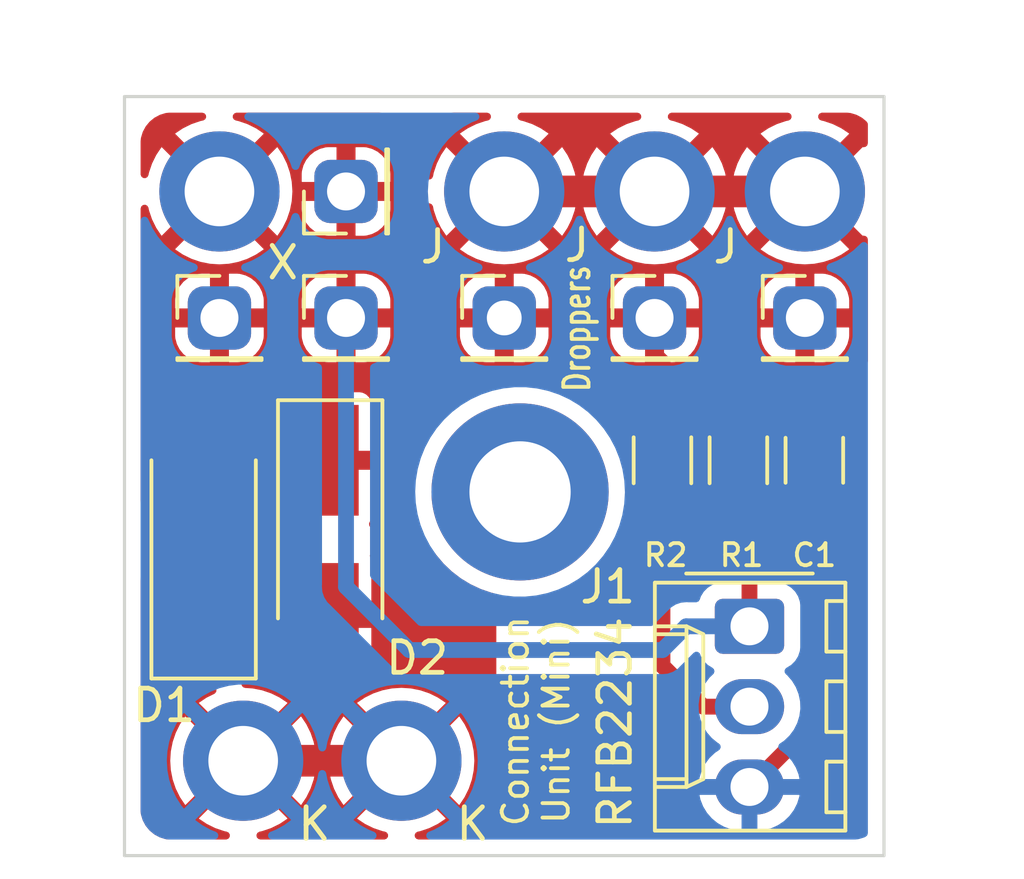
<source format=kicad_pcb>
(kicad_pcb (version 20211014) (generator pcbnew)
  (layers (0 "F.Cu" signal) (31 "B.Cu" signal) (34 "B.Paste" user) (35 "F.Paste" user) (36 "B.SilkS" user "B.Silkscreen") (37 "F.SilkS" user "F.Silkscreen") (38 "B.Mask" user) (39 "F.Mask" user) (44 "Edge.Cuts" user))
  (net 0 "")
  (net 1 "/ISORAIL")
  (net 2 "/DCCK")
  (net 3 "/DCCJ")
  (net 4 "Net-(J1-Pad2)")
  (footprint "MountingHole:MountingHole_2.2mm_M2_DIN965_Pad_TopBottom" (layer "F.Cu") (at 112 103)
    (fp_text reference "H6" hide)
    (fp_text value "MountingHole_Pad")
    (pad "1" thru_hole circle (at 0 0) (size 2.6 2.6) (drill 2.2) (layers *.Cu *.Mask) (net 3 "/DCCJ"))
    (pad "1" connect circle (at 0 0) (size 3.8 3.8) (layers "F.Cu" "F.Mask") (net 3 "/DCCJ"))
    (pad "1" connect circle (at 0 0) (size 3.8 3.8) (layers "B.Cu" "B.Mask") (net 3 "/DCCJ"))
  )
  (footprint "Connector_Molex:Molex_KK-254_AE-6410-03A_1x03_P2.54mm_Vertical" (layer "F.Cu") (at 119.75 116.75 -90)
    (fp_text reference "J1" (at -1.25 4.48 180) (layer "F.SilkS"))
    (fp_text value "Conn_01x03")
    (fp_line (start 6.46 2.99) (end 6.46 -3.03) (layer "F.SilkS") (width 0.12))
    (fp_line (start 1.74 -3.03) (end 1.74 -2.43) (layer "F.SilkS") (width 0.12))
    (fp_line (start -0.8 -3.03) (end -0.8 -2.43) (layer "F.SilkS") (width 0.12))
    (fp_line (start 4.28 -3.03) (end 4.28 -2.43) (layer "F.SilkS") (width 0.12))
    (fp_line (start 5.88 -2.43) (end 5.88 -3.03) (layer "F.SilkS") (width 0.12))
    (fp_line (start 0 1.99) (end 5.08 1.99) (layer "F.SilkS") (width 0.12))
    (fp_line (start -1.38 2.99) (end 6.46 2.99) (layer "F.SilkS") (width 0.12))
    (fp_line (start -0.8 -2.43) (end 0.8 -2.43) (layer "F.SilkS") (width 0.12))
    (fp_line (start 4.28 -2.43) (end 5.88 -2.43) (layer "F.SilkS") (width 0.12))
    (fp_line (start 5.08 1.99) (end 5.08 2.99) (layer "F.SilkS") (width 0.12))
    (fp_line (start 0.8 -2.43) (end 0.8 -3.03) (layer "F.SilkS") (width 0.12))
    (fp_line (start 6.46 -3.03) (end -1.38 -3.03) (layer "F.SilkS") (width 0.12))
    (fp_line (start 0 2.99) (end 0 1.99) (layer "F.SilkS") (width 0.12))
    (fp_line (start 0.25 1.46) (end 4.83 1.46) (layer "F.SilkS") (width 0.12))
    (fp_line (start 0 1.99) (end 0.25 1.46) (layer "F.SilkS") (width 0.12))
    (fp_line (start 4.83 1.46) (end 5.08 1.99) (layer "F.SilkS") (width 0.12))
    (fp_line (start -1.67 -2) (end -1.67 2) (layer "F.SilkS") (width 0.12))
    (fp_line (start 4.83 2.99) (end 4.83 1.99) (layer "F.SilkS") (width 0.12))
    (fp_line (start 3.34 -2.43) (end 3.34 -3.03) (layer "F.SilkS") (width 0.12))
    (fp_line (start 1.74 -2.43) (end 3.34 -2.43) (layer "F.SilkS") (width 0.12))
    (fp_line (start 0.25 2.99) (end 0.25 1.99) (layer "F.SilkS") (width 0.12))
    (fp_line (start -1.38 -3.03) (end -1.38 2.99) (layer "F.SilkS") (width 0.12))
    (pad "1" thru_hole roundrect (at 0 0 270) (size 1.74 2.19) (drill 1.2) (layers *.Cu *.Mask) (roundrect_rratio 0.143678) (net 1 "/ISORAIL"))
    (pad "2" thru_hole oval (at 2.54 0 270) (size 1.74 2.19) (drill 1.2) (layers *.Cu *.Mask) (net 4 "Net-(J1-Pad2)"))
    (pad "3" thru_hole oval (at 5.08 0 270) (size 1.74 2.19) (drill 1.2) (layers *.Cu *.Mask) (net 2 "/DCCK"))
  )
  (footprint "Capacitor_SMD:C_1206_3216Metric_Pad1.33x1.80mm_HandSolder" (layer "F.Cu") (at 121.8 111.5 90)
    (fp_text reference "C1" (at -3 0 180) (layer "F.SilkS") (effects (font (size 0.7 0.7) (thickness 0.12))))
    (fp_text value "1nF")
    (fp_line (start -0.711252 -0.91) (end 0.711252 -0.91) (layer "F.SilkS") (width 0.12))
    (fp_line (start -0.711252 0.91) (end 0.711252 0.91) (layer "F.SilkS") (width 0.12))
    (pad "1" smd roundrect (at -1.5625 0 90) (size 1.325 1.8) (layers "F.Cu" "F.Paste" "F.Mask") (roundrect_rratio 0.188679) (net 1 "/ISORAIL"))
    (pad "2" smd roundrect (at 1.5625 0 90) (size 1.325 1.8) (layers "F.Cu" "F.Paste" "F.Mask") (roundrect_rratio 0.188679) (net 2 "/DCCK"))
  )
  (footprint "MountingHole:MountingHole_2.2mm_M2_DIN965_Pad_TopBottom" (layer "F.Cu") (at 121.5 103)
    (fp_text reference "H4" hide)
    (fp_text value "MountingHole_Pad")
    (pad "1" connect circle (at 0 0) (size 3.8 3.8) (layers "B.Cu" "B.Mask") (net 3 "/DCCJ"))
    (pad "1" thru_hole circle (at 0 0) (size 2.6 2.6) (drill 2.2) (layers *.Cu *.Mask) (net 3 "/DCCJ"))
    (pad "1" connect circle (at 0 0) (size 3.8 3.8) (layers "F.Cu" "F.Mask") (net 3 "/DCCJ"))
  )
  (footprint "MountingHole:MountingHole_2.2mm_M2_DIN965_Pad_TopBottom" (layer "F.Cu") (at 103 103)
    (fp_text reference "H1" hide)
    (fp_text value "MountingHole_Pad")
    (pad "1" thru_hole circle (at 0 0) (size 2.6 2.6) (drill 2.2) (layers *.Cu *.Mask) (net 1 "/ISORAIL"))
    (pad "1" connect circle (at 0 0) (size 3.8 3.8) (layers "B.Cu" "B.Mask") (net 1 "/ISORAIL"))
    (pad "1" connect circle (at 0 0) (size 3.8 3.8) (layers "F.Cu" "F.Mask") (net 1 "/ISORAIL"))
  )
  (footprint "Connector_PinHeader_2.54mm:PinHeader_1x01_P2.54mm_Vertical" (layer "F.Cu") (at 107 103 90)
    (fp_text reference "DR3" hide)
    (fp_text value "TestPoint_Small")
    (fp_line (start -1.33 1.27) (end 1.33 1.27) (layer "F.SilkS") (width 0.12))
    (fp_line (start -1.33 1.27) (end -1.33 1.33) (layer "F.SilkS") (width 0.12))
    (fp_line (start -1.33 -1.33) (end 0 -1.33) (layer "F.SilkS") (width 0.12))
    (fp_line (start -1.33 0) (end -1.33 -1.33) (layer "F.SilkS") (width 0.12))
    (fp_line (start 1.33 1.27) (end 1.33 1.33) (layer "F.SilkS") (width 0.12))
    (fp_line (start -1.33 1.33) (end 1.33 1.33) (layer "F.SilkS") (width 0.12))
    (pad "1" thru_hole roundrect (at 0 0 90) (size 2 2) (drill 1.2) (layers *.Cu *.Mask) (net 1 "/ISORAIL"))
  )
  (footprint "Diode_SMD:D_SMA_Handsoldering" (layer "F.Cu") (at 106.5 114 -90)
    (fp_text reference "D2" (at 3.75 -2.75 180) (layer "F.SilkS"))
    (fp_text value "SS12")
    (fp_line (start -4.4 -1.65) (end 2.5 -1.65) (layer "F.SilkS") (width 0.12))
    (fp_line (start -4.4 1.65) (end 2.5 1.65) (layer "F.SilkS") (width 0.12))
    (fp_line (start -4.4 -1.65) (end -4.4 1.65) (layer "F.SilkS") (width 0.12))
    (pad "1" smd rect (at -2.5 0 270) (size 3.5 1.8) (layers "F.Cu" "F.Paste" "F.Mask") (net 1 "/ISORAIL"))
    (pad "2" smd rect (at 2.5 0 270) (size 3.5 1.8) (layers "F.Cu" "F.Paste" "F.Mask") (net 2 "/DCCK"))
  )
  (footprint "MountingHole:MountingHole_3.2mm_M3_DIN965_Pad_TopBottom" (layer "F.Cu") (at 112.5 112.5)
    (fp_text reference "H7" hide)
    (fp_text value "MountingHole")
    (pad "1" connect circle (at 0 0) (size 5.6 5.6) (layers "F.Cu" "F.Mask"))
    (pad "1" thru_hole circle (at 0 0) (size 3.6 3.6) (drill 3.2) (layers *.Cu *.Mask))
    (pad "1" connect circle (at 0 0) (size 5.6 5.6) (layers "B.Cu" "B.Mask"))
  )
  (footprint "Connector_PinHeader_2.54mm:PinHeader_1x01_P2.54mm_Vertical" (layer "F.Cu") (at 103 107)
    (fp_text reference "DR1" hide)
    (fp_text value "TestPoint_Small")
    (fp_line (start -1.33 1.33) (end 1.33 1.33) (layer "F.SilkS") (width 0.12))
    (fp_line (start -1.33 -1.33) (end 0 -1.33) (layer "F.SilkS") (width 0.12))
    (fp_line (start 1.33 1.27) (end 1.33 1.33) (layer "F.SilkS") (width 0.12))
    (fp_line (start -1.33 0) (end -1.33 -1.33) (layer "F.SilkS") (width 0.12))
    (fp_line (start -1.33 1.27) (end -1.33 1.33) (layer "F.SilkS") (width 0.12))
    (fp_line (start -1.33 1.27) (end 1.33 1.27) (layer "F.SilkS") (width 0.12))
    (pad "1" thru_hole roundrect (at 0 0) (size 2 2) (drill 1.2) (layers *.Cu *.Mask) (net 1 "/ISORAIL"))
  )
  (footprint "MountingHole:MountingHole_2.2mm_M2_DIN965_Pad_TopBottom" (layer "F.Cu") (at 116.75 103)
    (fp_text reference "H5" hide)
    (fp_text value "MountingHole_Pad")
    (pad "1" connect circle (at 0 0) (size 3.8 3.8) (layers "B.Cu" "B.Mask") (net 3 "/DCCJ"))
    (pad "1" thru_hole circle (at 0 0) (size 2.6 2.6) (drill 2.2) (layers *.Cu *.Mask) (net 3 "/DCCJ"))
    (pad "1" connect circle (at 0 0) (size 3.8 3.8) (layers "F.Cu" "F.Mask") (net 3 "/DCCJ"))
  )
  (footprint "Diode_SMD:D_SMA_Handsoldering" (layer "F.Cu") (at 102.5 114 90)
    (fp_text reference "D1" (at -5.25 -1.25 180) (layer "F.SilkS"))
    (fp_text value "SS12")
    (fp_line (start -4.4 -1.65) (end 2.5 -1.65) (layer "F.SilkS") (width 0.12))
    (fp_line (start -4.4 1.65) (end 2.5 1.65) (layer "F.SilkS") (width 0.12))
    (fp_line (start -4.4 -1.65) (end -4.4 1.65) (layer "F.SilkS") (width 0.12))
    (pad "1" smd rect (at -2.5 0 90) (size 3.5 1.8) (layers "F.Cu" "F.Paste" "F.Mask") (net 2 "/DCCK"))
    (pad "2" smd rect (at 2.5 0 90) (size 3.5 1.8) (layers "F.Cu" "F.Paste" "F.Mask") (net 1 "/ISORAIL"))
  )
  (footprint "Resistor_SMD:R_1206_3216Metric_Pad1.30x1.75mm_HandSolder" (layer "F.Cu") (at 117 111.5 90)
    (fp_text reference "R2" (at -3 0.1 180) (layer "F.SilkS") (effects (font (size 0.7 0.7) (thickness 0.12))))
    (fp_text value "47R")
    (fp_line (start -0.727064 0.91) (end 0.727064 0.91) (layer "F.SilkS") (width 0.12))
    (fp_line (start -0.727064 -0.91) (end 0.727064 -0.91) (layer "F.SilkS") (width 0.12))
    (pad "1" smd roundrect (at -1.55 0 90) (size 1.3 1.75) (layers "F.Cu" "F.Paste" "F.Mask") (roundrect_rratio 0.192308) (net 4 "Net-(J1-Pad2)"))
    (pad "2" smd roundrect (at 1.55 0 90) (size 1.3 1.75) (layers "F.Cu" "F.Paste" "F.Mask") (roundrect_rratio 0.192308) (net 3 "/DCCJ"))
  )
  (footprint "Connector_PinHeader_2.54mm:PinHeader_1x01_P2.54mm_Vertical" (layer "F.Cu") (at 107 107)
    (fp_text reference "DR2" hide)
    (fp_text value "TestPoint_Small")
    (fp_line (start 1.33 1.27) (end 1.33 1.33) (layer "F.SilkS") (width 0.12))
    (fp_line (start -1.33 1.27) (end -1.33 1.33) (layer "F.SilkS") (width 0.12))
    (fp_line (start -1.33 0) (end -1.33 -1.33) (layer "F.SilkS") (width 0.12))
    (fp_line (start -1.33 1.33) (end 1.33 1.33) (layer "F.SilkS") (width 0.12))
    (fp_line (start -1.33 -1.33) (end 0 -1.33) (layer "F.SilkS") (width 0.12))
    (fp_line (start -1.33 1.27) (end 1.33 1.27) (layer "F.SilkS") (width 0.12))
    (pad "1" thru_hole roundrect (at 0 0) (size 2 2) (drill 1.2) (layers *.Cu *.Mask) (net 1 "/ISORAIL"))
  )
  (footprint "Connector_PinHeader_2.54mm:PinHeader_1x01_P2.54mm_Vertical" (layer "F.Cu") (at 116.75 107)
    (fp_text reference "DR5" hide)
    (fp_text value "TestPoint_Small")
    (fp_line (start -1.33 1.27) (end -1.33 1.33) (layer "F.SilkS") (width 0.12))
    (fp_line (start -1.33 1.27) (end 1.33 1.27) (layer "F.SilkS") (width 0.12))
    (fp_line (start 1.33 1.27) (end 1.33 1.33) (layer "F.SilkS") (width 0.12))
    (fp_line (start -1.33 0) (end -1.33 -1.33) (layer "F.SilkS") (width 0.12))
    (fp_line (start -1.33 1.33) (end 1.33 1.33) (layer "F.SilkS") (width 0.12))
    (fp_line (start -1.33 -1.33) (end 0 -1.33) (layer "F.SilkS") (width 0.12))
    (pad "1" thru_hole roundrect (at 0 0) (size 2 2) (drill 1.2) (layers *.Cu *.Mask) (net 3 "/DCCJ"))
  )
  (footprint "MountingHole:MountingHole_2.2mm_M2_DIN965_Pad_TopBottom" (layer "F.Cu") (at 103.75 121)
    (fp_text reference "H3" hide)
    (fp_text value "MountingHole_Pad")
    (pad "1" connect circle (at 0 0) (size 3.8 3.8) (layers "B.Cu" "B.Mask") (net 2 "/DCCK"))
    (pad "1" thru_hole circle (at 0 0) (size 2.6 2.6) (drill 2.2) (layers *.Cu *.Mask) (net 2 "/DCCK"))
    (pad "1" connect circle (at 0 0) (size 3.8 3.8) (layers "F.Cu" "F.Mask") (net 2 "/DCCK"))
  )
  (footprint "MountingHole:MountingHole_2.2mm_M2_DIN965_Pad_TopBottom" (layer "F.Cu") (at 108.75 121)
    (fp_text reference "H2" hide)
    (fp_text value "MountingHole_Pad")
    (pad "1" connect circle (at 0 0) (size 3.8 3.8) (layers "F.Cu" "F.Mask") (net 2 "/DCCK"))
    (pad "1" thru_hole circle (at 0 0) (size 2.6 2.6) (drill 2.2) (layers *.Cu *.Mask) (net 2 "/DCCK"))
    (pad "1" connect circle (at 0 0) (size 3.8 3.8) (layers "B.Cu" "B.Mask") (net 2 "/DCCK"))
  )
  (footprint "Resistor_SMD:R_1206_3216Metric_Pad1.30x1.75mm_HandSolder" (layer "F.Cu") (at 119.4 111.5 -90)
    (fp_text reference "R1" (at 3 -0.1) (layer "F.SilkS") (effects (font (size 0.7 0.7) (thickness 0.12))))
    (fp_text value "1K0")
    (fp_line (start -0.727064 -0.91) (end 0.727064 -0.91) (layer "F.SilkS") (width 0.12))
    (fp_line (start -0.727064 0.91) (end 0.727064 0.91) (layer "F.SilkS") (width 0.12))
    (pad "1" smd roundrect (at -1.55 0 270) (size 1.3 1.75) (layers "F.Cu" "F.Paste" "F.Mask") (roundrect_rratio 0.192308) (net 2 "/DCCK"))
    (pad "2" smd roundrect (at 1.55 0 270) (size 1.3 1.75) (layers "F.Cu" "F.Paste" "F.Mask") (roundrect_rratio 0.192308) (net 1 "/ISORAIL"))
  )
  (footprint "Connector_PinHeader_2.54mm:PinHeader_1x01_P2.54mm_Vertical" (layer "F.Cu") (at 121.5 107)
    (fp_text reference "DR6" hide)
    (fp_text value "TestPoint_Small")
    (fp_line (start -1.33 1.33) (end 1.33 1.33) (layer "F.SilkS") (width 0.12))
    (fp_line (start 1.33 1.27) (end 1.33 1.33) (layer "F.SilkS") (width 0.12))
    (fp_line (start -1.33 0) (end -1.33 -1.33) (layer "F.SilkS") (width 0.12))
    (fp_line (start -1.33 -1.33) (end 0 -1.33) (layer "F.SilkS") (width 0.12))
    (fp_line (start -1.33 1.27) (end 1.33 1.27) (layer "F.SilkS") (width 0.12))
    (fp_line (start -1.33 1.27) (end -1.33 1.33) (layer "F.SilkS") (width 0.12))
    (pad "1" thru_hole roundrect (at 0 0) (size 2 2) (drill 1.2) (layers *.Cu *.Mask) (net 3 "/DCCJ"))
  )
  (footprint "Connector_PinHeader_2.54mm:PinHeader_1x01_P2.54mm_Vertical" (layer "F.Cu") (at 112 107)
    (fp_text reference "DR4" hide)
    (fp_text value "TestPoint_Small")
    (fp_line (start -1.33 -1.33) (end 0 -1.33) (layer "F.SilkS") (width 0.12))
    (fp_line (start -1.33 1.33) (end 1.33 1.33) (layer "F.SilkS") (width 0.12))
    (fp_line (start -1.33 1.27) (end 1.33 1.27) (layer "F.SilkS") (width 0.12))
    (fp_line (start -1.33 1.27) (end -1.33 1.33) (layer "F.SilkS") (width 0.12))
    (fp_line (start 1.33 1.27) (end 1.33 1.33) (layer "F.SilkS") (width 0.12))
    (fp_line (start -1.33 0) (end -1.33 -1.33) (layer "F.SilkS") (width 0.12))
    (pad "1" thru_hole roundrect (at 0 0) (size 2 2) (drill 1.1) (layers *.Cu *.Mask) (net 3 "/DCCJ"))
  )
  (gr_line (start 100 124) (end 100 100) (layer "Edge.Cuts") (width 0.1))
  (gr_line (start 100 100) (end 124 100) (layer "Edge.Cuts") (width 0.1))
  (gr_line (start 124 124) (end 100 124) (layer "Edge.Cuts") (width 0.1))
  (gr_line (start 124 100) (end 124 124) (layer "Edge.Cuts") (width 0.1))
  (gr_text "J" (at 119 104.75) (layer "F.SilkS") (effects (font (size 1 1))))
  (gr_text "K" (at 106 123) (layer "F.SilkS") (effects (font (size 1 1))))
  (gr_text "Connection\nUnit (Mini)" (at 113 119.75 90) (layer "F.SilkS") (effects (font (size 0.8 0.8) (thickness 0.12))))
  (gr_text "X" (at 105 105.25) (layer "F.SilkS") (effects (font (size 1 1))))
  (gr_text "Droppers" (at 114.3 109.4 90) (layer "F.SilkS") (effects (font (size 0.8 0.6) (thickness 0.12)) (justify left)))
  (gr_text "J" (at 114.3 104.7) (layer "F.SilkS") (effects (font (size 1 1))))
  (gr_text "RFB2234" (at 115.5 119.8 90) (layer "F.SilkS") (effects (font (size 1 1))))
  (gr_text "K" (at 111 123) (layer "F.SilkS") (effects (font (size 1 1))))
  (gr_text "J" (at 109.75 104.75) (layer "F.SilkS") (effects (font (size 1 1))))
  (segment (start 119.4 114.65) (end 119.75 115) (width 0.5) (layer "F.Cu") (net 1))
  (segment (start 119.4125 113.0625) (end 119.4 113.05) (width 0.5) (layer "F.Cu") (net 1))
  (segment (start 121.8 113.0625) (end 119.4125 113.0625) (width 0.5) (layer "F.Cu") (net 1))
  (segment (start 119.4 113.05) (end 119.4 114.65) (width 0.5) (layer "F.Cu") (net 1))
  (segment (start 119.75 115) (end 119.75 116.75) (width 0.5) (layer "F.Cu") (net 1))
  (segment (start 109 117.5) (end 117 117.5) (width 0.5) (layer "B.Cu") (net 1))
  (segment (start 117 117.5) (end 117.75 116.75) (width 0.5) (layer "B.Cu") (net 1))
  (segment (start 107 109.75) (end 107 115.5) (width 0.5) (layer "B.Cu") (net 1))
  (segment (start 107 109.75) (end 107 107.25) (width 0.5) (layer "B.Cu") (net 1))
  (segment (start 117.75 116.75) (end 119.75 116.75) (width 0.5) (layer "B.Cu") (net 1))
  (segment (start 107 115.5) (end 109 117.5) (width 0.5) (layer "B.Cu") (net 1))
  (segment (start 123.15 111.2875) (end 121.8 109.9375) (width 0.5) (layer "F.Cu") (net 2))
  (segment (start 108.75 121) (end 103.75 121) (width 1) (layer "F.Cu") (net 2))
  (segment (start 121.8 109.9375) (end 119.4125 109.9375) (width 0.5) (layer "F.Cu") (net 2))
  (segment (start 119.4125 109.9375) (end 119.4 109.95) (width 0.5) (layer "F.Cu") (net 2))
  (segment (start 119.75 121.83) (end 123.15 118.43) (width 0.5) (layer "F.Cu") (net 2))
  (segment (start 123.15 118.43) (end 123.15 111.2875) (width 0.5) (layer "F.Cu") (net 2))
  (segment (start 121.5 103) (end 116.75 103) (width 1) (layer "F.Cu") (net 3))
  (segment (start 116.75 108.15) (end 117 108.4) (width 0.5) (layer "F.Cu") (net 3))
  (segment (start 117 109.95) (end 117 108.4) (width 0.5) (layer "F.Cu") (net 3))
  (segment (start 116.75 107) (end 116.75 108.15) (width 0.5) (layer "F.Cu") (net 3))
  (segment (start 116.75 103) (end 112 103) (width 1) (layer "F.Cu") (net 3))
  (segment (start 118.29 119.29) (end 119.75 119.29) (width 0.5) (layer "F.Cu") (net 4))
  (segment (start 117 118) (end 117 113.05) (width 0.5) (layer "F.Cu") (net 4))
  (segment (start 117 118) (end 118.29 119.29) (width 0.5) (layer "F.Cu") (net 4))
  (zone (net 2) (net_name "/DCCK") (layer "F.Cu") (connect_pads (clearance 0.508)) (min_thickness 0.254) (fill yes (thermal_gap 0.4) (thermal_bridge_width 0.6) (smoothing fillet) (radius 1))
    (polygon (pts (xy 111.75 123.5) (xy 100.5 123.5) (xy 100.5 114.4) (xy 111.75 114.4)))
  )
  (zone (net 1) (net_name "/ISORAIL") (layer "F.Cu") (connect_pads (clearance 0.508)) (min_thickness 0.254) (fill yes (thermal_gap 0.4) (thermal_bridge_width 0.6) (smoothing fillet) (radius 1))
    (polygon (pts (xy 108.95 113.65) (xy 100.5 113.65) (xy 100.5 100.5) (xy 108.95 100.5)))
  )
  (zone (net 3) (net_name "/DCCJ") (layer "F.Cu") (connect_pads (clearance 0.508)) (min_thickness 0.254) (fill yes (thermal_gap 0.4) (thermal_bridge_width 0.6) (smoothing fillet) (radius 1))
    (polygon (pts (xy 123.75 108.75) (xy 109.5 108.75) (xy 109.5 100.5) (xy 123.75 100.5)))
  )
  (zone (net 2) (net_name "/DCCK") (layer "B.Cu") (connect_pads (clearance 0.508)) (min_thickness 0.254) (fill yes (thermal_gap 0.508) (thermal_bridge_width 0.5) (smoothing fillet) (radius 1))
    (polygon (pts (xy 124 123.5) (xy 100.5 123.5) (xy 100.5 100.5) (xy 124 100.5)))
  )
)
</source>
